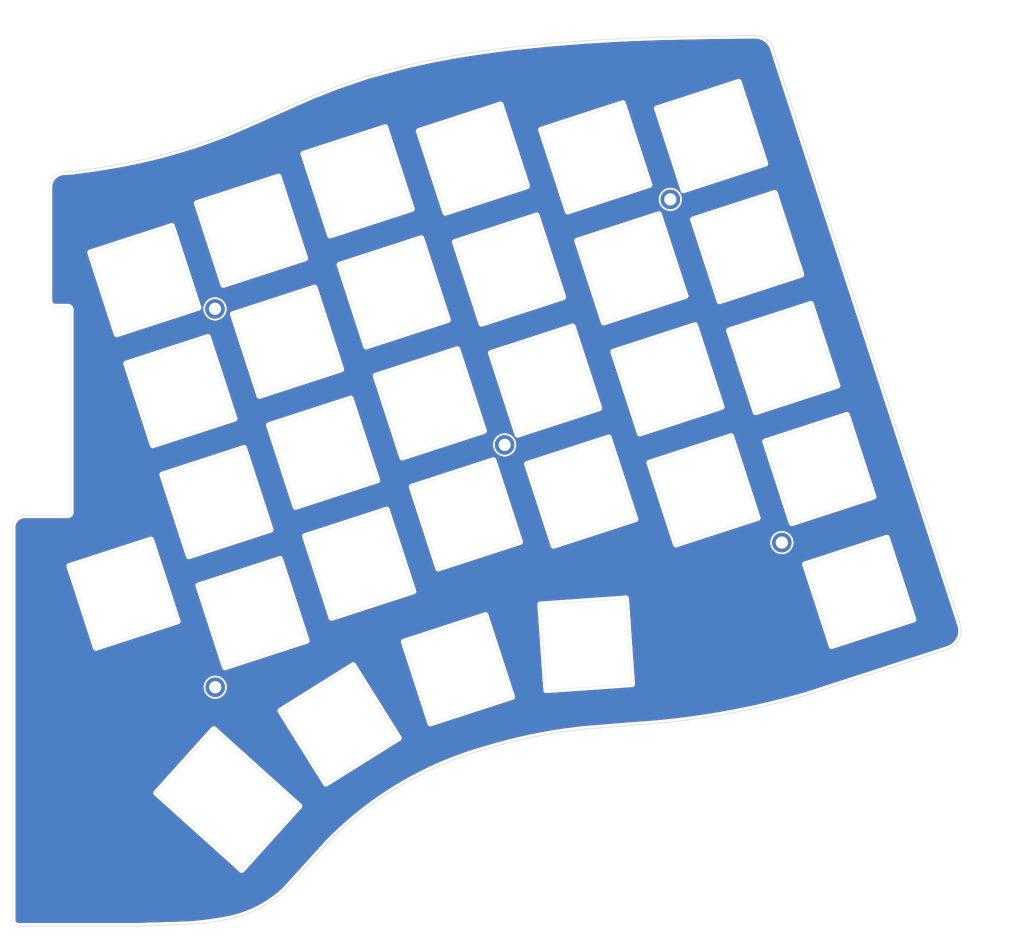
<source format=kicad_pcb>
(kicad_pcb (version 20211014) (generator pcbnew)
  (layers (0 "F.Cu" signal) (31 "B.Cu" signal) (34 "B.Paste" user) (35 "F.Paste" user) (36 "B.SilkS" user "B.Silkscreen") (37 "F.SilkS" user "F.Silkscreen") (38 "B.Mask" user) (39 "F.Mask" user) (44 "Edge.Cuts" user))
  (net 0 "")
  (footprint "" (layer "F.Cu") (at 199.106942 109.475262 18)
    (fp_text reference "" (at 0 0 18) (layer "F.SilkS") (effects (font (size 1.27 1.27))))
    (fp_text value "" (at 0 0 18) (layer "F.SilkS") (effects (font (size 1.27 1.27))))
    (pad "" thru_hole circle (at 0 0 90) (size 3.2 3.2) (drill 2) (layers *.Cu *.Mask "Dwgs.User") (clearance 0.3))
  )
  (footprint "" (layer "F.Cu") (at 153.864738 93.528273 18)
    (fp_text reference "" (at 0 0 18) (layer "F.SilkS") (effects (font (size 1.27 1.27))))
    (fp_text value "" (at 0 0 18) (layer "F.SilkS") (effects (font (size 1.27 1.27))))
    (pad "" thru_hole circle (at 0 0 90) (size 3.2 3.2) (drill 2) (layers *.Cu *.Mask "Dwgs.User") (clearance 0.3))
  )
  (footprint "" (layer "F.Cu") (at 106.591784 71.33127 18)
    (fp_text reference "" (at 0 0 18) (layer "F.SilkS") (effects (font (size 1.27 1.27))))
    (fp_text value "" (at 0 0 18) (layer "F.SilkS") (effects (font (size 1.27 1.27))))
    (pad "" thru_hole circle (at 0 0 90) (size 3.2 3.2) (drill 2) (layers *.Cu *.Mask "Dwgs.User") (clearance 0.3))
  )
  (footprint "" (layer "F.Cu") (at 106.625043 133.080726 18)
    (fp_text reference "" (at 0 0 18) (layer "F.SilkS") (effects (font (size 1.27 1.27))))
    (fp_text value "" (at 0 0 18) (layer "F.SilkS") (effects (font (size 1.27 1.27))))
    (pad "" thru_hole circle (at 0 0 90) (size 3.2 3.2) (drill 2) (layers *.Cu *.Mask "Dwgs.User") (clearance 0.3))
  )
  (footprint "" (layer "F.Cu") (at 180.906998 53.461602 18)
    (fp_text reference "" (at 0 0 18) (layer "F.SilkS") (effects (font (size 1.27 1.27))))
    (fp_text value "" (at 0 0 18) (layer "F.SilkS") (effects (font (size 1.27 1.27))))
    (pad "" thru_hole circle (at 0 0 90) (size 3.2 3.2) (drill 2) (layers *.Cu *.Mask "Dwgs.User") (clearance 0.3))
  )
  (gr_arc (start 83.031374 104.495089) (mid 82.884922 104.848629) (end 82.531374 104.995089) (layer "Edge.Cuts") (width 0.05))
  (gr_line (start 126.487478 35.006879) (end 131.508224 33.29775) (layer "Edge.Cuts") (width 0.099999))
  (gr_line (start 119.741198 103.629938) (end 133.055989 99.303699) (layer "Edge.Cuts") (width 0.05))
  (gr_line (start 155.101684 28.62006) (end 161.306537 28.011281) (layer "Edge.Cuts") (width 0.099999))
  (gr_line (start 120.327632 152.48589) (end 110.959804 162.889918) (layer "Edge.Cuts") (width 0.05))
  (gr_line (start 195.572034 26.827941) (end 195.978435 26.980345) (layer "Edge.Cuts") (width 0.099999))
  (gr_line (start 152.02774 96.045642) (end 138.712948 100.371882) (layer "Edge.Cuts") (width 0.05))
  (gr_line (start 159.695301 119.580808) (end 173.661198 118.604217) (layer "Edge.Cuts") (width 0.05))
  (gr_line (start 129.147459 129.506404) (end 136.566329 141.379078) (layer "Edge.Cuts") (width 0.05))
  (gr_line (start 111.320063 94.049301) (end 98.005271 98.375541) (layer "Edge.Cuts") (width 0.05))
  (gr_arc (start 74.531374 172.065138) (mid 73.82429 171.772238) (end 73.531374 171.065138) (layer "Edge.Cuts") (width 0.05))
  (gr_line (start 179.187532 26.974359) (end 187.314718 26.803433) (layer "Edge.Cuts") (width 0.099999))
  (gr_line (start 167.389144 27.53407) (end 173.349475 27.188434) (layer "Edge.Cuts") (width 0.099999))
  (gr_line (start 121.301733 108.432771) (end 125.62797 121.747563) (layer "Edge.Cuts") (width 0.05))
  (gr_line (start 220.5598 122.016792) (end 216.233564 108.701999) (layer "Edge.Cuts") (width 0.05))
  (gr_line (start 155.063114 134.644209) (end 150.736878 121.329416) (layer "Edge.Cuts") (width 0.05))
  (gr_line (start 159.078232 56.097728) (end 145.76344 60.423968) (layer "Edge.Cuts") (width 0.05))
  (gr_line (start 126.939401 64.136627) (end 131.265638 77.451419) (layer "Edge.Cuts") (width 0.05))
  (gr_line (start 90.55796 75.455079) (end 103.872751 71.12884) (layer "Edge.Cuts") (width 0.05))
  (gr_line (start 92.118496 80.257911) (end 96.444733 93.572703) (layer "Edge.Cuts") (width 0.05))
  (gr_line (start 153.191459 37.980104) (end 139.876667 42.306344) (layer "Edge.Cuts") (width 0.05))
  (gr_line (start 171.612551 78.332253) (end 175.938788 91.647045) (layer "Edge.Cuts") (width 0.05))
  (gr_line (start 138.693656 55.007556) (end 134.36742 41.692763) (layer "Edge.Cuts") (width 0.05))
  (gr_line (start 196.401851 92.978785) (end 200.728088 106.293577) (layer "Edge.Cuts") (width 0.05))
  (gr_line (start 184.927343 74.006013) (end 171.612551 78.332253) (layer "Edge.Cuts") (width 0.05))
  (gr_line (start 150.089677 73.73876) (end 163.404468 69.412521) (layer "Edge.Cuts") (width 0.05))
  (gr_arc (start 80.531374 70.991089) (mid 79.824272 70.698192) (end 79.531374 69.991089) (layer "Edge.Cuts") (width 0.05))
  (gr_line (start 165.725776 60.214623) (end 170.052013 73.529415) (layer "Edge.Cuts") (width 0.05))
  (gr_line (start 100.941268 45.347927) (end 103.329373 44.624937) (layer "Edge.Cuts") (width 0.099999))
  (gr_line (start 177.499323 96.449878) (end 181.82556 109.76467) (layer "Edge.Cuts") (width 0.05))
  (gr_line (start 111.974799 41.257874) (end 115.975566 39.459065) (layer "Edge.Cuts") (width 0.099999))
  (gr_line (start 151.650215 78.541598) (end 155.976452 91.85639) (layer "Edge.Cuts") (width 0.05))
  (gr_line (start 160.671892 133.546705) (end 159.695301 119.580808) (layer "Edge.Cuts") (width 0.05))
  (gr_line (start 105.433288 75.931671) (end 92.118496 80.257911) (layer "Edge.Cuts") (width 0.05))
  (gr_line (start 144.580429 73.12518) (end 140.254193 59.810387) (layer "Edge.Cuts") (width 0.05))
  (gr_line (start 183.067768 51.940698) (end 196.382559 47.614459) (layer "Edge.Cuts") (width 0.05))
  (gr_line (start 181.82556 109.76467) (end 195.140351 105.438431) (layer "Edge.Cuts") (width 0.05))
  (gr_line (start 196.38484 27.183539) (end 196.740462 27.437539) (layer "Edge.Cuts") (width 0.099999))
  (gr_line (start 152.318864 28.976274) (end 155.101684 28.62006) (layer "Edge.Cuts") (width 0.099999))
  (gr_arc (start 125.022364 158.450162) (mid 137.018939 149.037449) (end 151.057995 143.085829) (layer "Edge.Cuts") (width 0.1))
  (gr_line (start 106.384377 139.931329) (end 120.327632 152.48589) (layer "Edge.Cuts") (width 0.05))
  (gr_line (start 207.245009 126.343031) (end 220.5598 122.016792) (layer "Edge.Cuts") (width 0.05))
  (gr_arc (start 79.531374 51.491089) (mid 80.263602 49.723309) (end 82.031374 48.991089) (layer "Edge.Cuts") (width 0.05))
  (gr_arc (start 73.531374 106.995089) (mid 74.117169 105.580909) (end 75.531374 104.995089) (layer "Edge.Cuts") (width 0.05))
  (gr_line (start 115.646299 107.364094) (end 111.320063 94.049301) (layer "Edge.Cuts") (width 0.05))
  (gr_line (start 84.701037 172.065137) (end 74.531374 172.065138) (layer "Edge.Cuts") (width 0.1))
  (gr_line (start 102.331508 111.690333) (end 115.646299 107.364094) (layer "Edge.Cuts") (width 0.05))
  (gr_line (start 195.140351 105.438431) (end 190.814115 92.123638) (layer "Edge.Cuts") (width 0.05))
  (gr_line (start 121.282441 63.068445) (end 116.956205 49.753652) (layer "Edge.Cuts") (width 0.05))
  (gr_arc (start 108.05244 171.061298) (mid 104.897905 171.538979) (end 101.719038 171.811137) (layer "Edge.Cuts") (width 0.1))
  (gr_line (start 148.652283 29.491976) (end 152.318864 28.976274) (layer "Edge.Cuts") (width 0.099999))
  (gr_line (start 203.829871 70.53492) (end 190.515079 74.86116) (layer "Edge.Cuts") (width 0.05))
  (gr_line (start 137.422086 125.655656) (end 141.748323 138.970448) (layer "Edge.Cuts") (width 0.05))
  (gr_line (start 159.839003 42.096999) (end 164.16524 55.411791) (layer "Edge.Cuts") (width 0.05))
  (gr_line (start 108.21828 129.807958) (end 121.533071 125.481719) (layer "Edge.Cuts") (width 0.05))
  (gr_line (start 221.151143 101.076446) (end 228.234409 122.876499) (layer "Edge.Cuts") (width 0.1))
  (gr_line (start 98.005271 98.375541) (end 102.331508 111.690333) (layer "Edge.Cuts") (width 0.05))
  (gr_line (start 138.712948 100.371882) (end 143.039185 113.686674) (layer "Edge.Cuts") (width 0.05))
  (gr_line (start 175.938788 91.647045) (end 189.253579 87.320806) (layer "Edge.Cuts") (width 0.05))
  (gr_line (start 169.291243 87.530151) (end 164.965007 74.215358) (layer "Edge.Cuts") (width 0.05))
  (gr_line (start 96.145822 108.994887) (end 82.83103 113.321127) (layer "Edge.Cuts") (width 0.05))
  (gr_line (start 216.233564 108.701999) (end 202.918772 113.028239) (layer "Edge.Cuts") (width 0.05))
  (gr_line (start 110.959804 162.889918) (end 97.016549 150.335357) (layer "Edge.Cuts") (width 0.05))
  (gr_line (start 196.994427 27.691545) (end 197.248456 27.996339) (layer "Edge.Cuts") (width 0.099999))
  (gr_line (start 140.254193 59.810387) (end 126.939401 64.136627) (layer "Edge.Cuts") (width 0.05))
  (gr_line (start 197.248456 27.996339) (end 197.451611 28.301141) (layer "Edge.Cuts") (width 0.099999))
  (gr_line (start 119.727158 37.796475) (end 122.228232 36.688084) (layer "Edge.Cuts") (width 0.099999))
  (gr_line (start 145.620288 29.984411) (end 148.652283 29.491976) (layer "Edge.Cuts") (width 0.099999))
  (gr_line (start 187.314718 26.803433) (end 192.269078 26.748854) (layer "Edge.Cuts") (width 0.099999))
  (gr_line (start 109.759524 89.246464) (end 105.433288 75.931671) (layer "Edge.Cuts") (width 0.05))
  (gr_line (start 190.515079 74.86116) (end 194.841316 88.175952) (layer "Edge.Cuts") (width 0.05))
  (gr_line (start 132.826176 82.254257) (end 137.152413 95.569049) (layer "Edge.Cuts") (width 0.05))
  (gr_line (start 101.719038 171.811137) (end 93.591035 172.065138) (layer "Edge.Cuts") (width 0.1))
  (gr_line (start 124.693655 148.797948) (end 117.274785 136.925274) (layer "Edge.Cuts") (width 0.05))
  (gr_line (start 161.863224 109.974015) (end 175.178015 105.647776) (layer "Edge.Cuts") (width 0.05))
  (gr_line (start 202.918772 113.028239) (end 207.245009 126.343031) (layer "Edge.Cuts") (width 0.05))
  (gr_line (start 90.989461 47.746211) (end 94.143718 47.122208) (layer "Edge.Cuts") (width 0.099999))
  (gr_line (start 73.531374 106.995089) (end 73.531374 171.065138) (layer "Edge.Cuts") (width 0.05))
  (gr_line (start 203.317981 134.289583) (end 221.435608 128.402806) (layer "Edge.Cuts") (width 0.1))
  (gr_line (start 133.055989 99.303699) (end 128.729753 85.988906) (layer "Edge.Cuts") (width 0.05))
  (gr_line (start 135.283088 32.269735) (end 138.051948 31.532779) (layer "Edge.Cuts") (width 0.099999))
  (gr_line (start 79.531374 69.991089) (end 79.531374 51.491089) (layer "Edge.Cuts") (width 0.05))
  (gr_line (start 197.943096 52.41729) (end 184.628304 56.74353) (layer "Edge.Cuts") (width 0.05))
  (gr_line (start 197.451611 28.301141) (end 197.604047 28.60594) (layer "Edge.Cuts") (width 0.099999))
  (gr_line (start 122.228232 36.688084) (end 124.357856 35.84748) (layer "Edge.Cuts") (width 0.099999))
  (gr_line (start 145.76344 60.423968) (end 150.089677 73.73876) (layer "Edge.Cuts") (width 0.05))
  (gr_line (start 157.536987 96.659223) (end 161.863224 109.974015) (layer "Edge.Cuts") (width 0.05))
  (gr_line (start 125.378865 59.333795) (end 138.693656 55.007556) (layer "Edge.Cuts") (width 0.05))
  (gr_line (start 141.455392 30.772555) (end 145.620288 29.984411) (layer "Edge.Cuts") (width 0.099999))
  (gr_line (start 144.202904 55.621136) (end 157.517695 51.294897) (layer "Edge.Cuts") (width 0.05))
  (gr_line (start 175.178015 105.647776) (end 170.851779 92.332983) (layer "Edge.Cuts") (width 0.05))
  (gr_line (start 83.031374 71.491089) (end 83.031374 104.495089) (layer "Edge.Cuts") (width 0.05))
  (gr_line (start 157.517695 51.294897) (end 153.191459 37.980104) (layer "Edge.Cuts") (width 0.05))
  (gr_line (start 184.628304 56.74353) (end 188.954541 70.058322) (layer "Edge.Cuts") (width 0.05))
  (gr_line (start 195.978435 26.980345) (end 196.38484 27.183539) (layer "Edge.Cuts") (width 0.099999))
  (gr_line (start 146.140968 77.928017) (end 132.826176 82.254257) (layer "Edge.Cuts") (width 0.05))
  (gr_line (start 194.841316 88.175952) (end 208.156107 83.849713) (layer "Edge.Cuts") (width 0.05))
  (gr_line (start 86.231723 62.140287) (end 90.55796 75.455079) (layer "Edge.Cuts") (width 0.05))
  (gr_line (start 99.546515 57.814047) (end 86.231723 62.140287) (layer "Edge.Cuts") (width 0.05))
  (gr_arc (start 82.531374 70.991089) (mid 82.884932 71.137531) (end 83.031374 71.491089) (layer "Edge.Cuts") (width 0.05))
  (gr_line (start 125.62797 121.747563) (end 138.942761 117.421324) (layer "Edge.Cuts") (width 0.05))
  (gr_line (start 164.965007 74.215358) (end 151.650215 78.541598) (layer "Edge.Cuts") (width 0.05))
  (gr_line (start 117.206835 112.166926) (end 103.892043 116.493166) (layer "Edge.Cuts") (width 0.05))
  (gr_line (start 192.269078 26.748854) (end 194.962445 26.726339) (layer "Edge.Cuts") (width 0.099999))
  (gr_line (start 97.923233 46.221106) (end 100.941268 45.347927) (layer "Edge.Cuts") (width 0.099999))
  (gr_line (start 115.414961 90.315146) (end 119.741198 103.629938) (layer "Edge.Cuts") (width 0.05))
  (gr_line (start 94.143718 47.122208) (end 97.923233 46.221106) (layer "Edge.Cuts") (width 0.099999))
  (gr_line (start 131.265638 77.451419) (end 144.580429 73.12518) (layer "Edge.Cuts") (width 0.05))
  (gr_line (start 150.736878 121.329416) (end 137.422086 125.655656) (layer "Edge.Cuts") (width 0.05))
  (gr_line (start 100.472058 122.30968) (end 96.145822 108.994887) (layer "Edge.Cuts") (width 0.05))
  (gr_line (start 127.169214 81.186069) (end 122.842978 67.871276) (layer "Edge.Cuts") (width 0.05))
  (gr_line (start 197.604047 28.60594) (end 221.151143 101.076446) (layer "Edge.Cuts") (width 0.1))
  (gr_line (start 192.056323 34.299666) (end 178.741531 38.625906) (layer "Edge.Cuts") (width 0.05))
  (gr_line (start 183.366804 69.203176) (end 179.040568 55.888383) (layer "Edge.Cuts") (width 0.05))
  (gr_line (start 155.976452 91.85639) (end 169.291243 87.530151) (layer "Edge.Cuts") (width 0.05))
  (gr_line (start 136.566329 141.379078) (end 124.693655 148.797948) (layer "Edge.Cuts") (width 0.05))
  (gr_line (start 170.052013 73.529415) (end 183.366804 69.203176) (layer "Edge.Cuts") (width 0.05))
  (gr_line (start 109.528186 72.197516) (end 113.854423 85.512308) (layer "Edge.Cuts") (width 0.05))
  (gr_line (start 177.480031 51.085552) (end 173.153795 37.770759) (layer "Edge.Cuts") (width 0.05))
  (gr_line (start 131.508224 33.29775) (end 135.283088 32.269735) (layer "Edge.Cuts") (width 0.099999))
  (gr_line (start 82.531374 104.995089) (end 75.531374 104.995089) (layer "Edge.Cuts") (width 0.05))
  (gr_line (start 188.954541 70.058322) (end 202.269332 65.732083) (layer "Edge.Cuts") (width 0.05))
  (gr_line (start 178.741531 38.625906) (end 183.067768 51.940698) (layer "Edge.Cuts") (width 0.05))
  (gr_line (start 143.039185 113.686674) (end 156.353976 109.360435) (layer "Edge.Cuts") (width 0.05))
  (gr_arc (start 117.95844 166.235299) (mid 113.364359 169.38503) (end 108.05244 171.061298) (layer "Edge.Cuts") (width 0.1))
  (gr_line (start 173.349475 27.188434) (end 179.187532 26.974359) (layer "Edge.Cuts") (width 0.099999))
  (gr_line (start 82.83103 113.321127) (end 87.157267 126.635919) (layer "Edge.Cuts") (width 0.05))
  (gr_line (start 103.329373 44.624937) (end 106.088911 43.634148) (layer "Edge.Cuts") (width 0.099999))
  (gr_line (start 214.042879 101.967338) (end 209.716643 88.652545) (layer "Edge.Cuts") (width 0.05))
  (gr_line (start 121.533071 125.481719) (end 117.206835 112.166926) (layer "Edge.Cuts") (width 0.05))
  (gr_line (start 161.306537 28.011281) (end 167.389144 27.53407) (layer "Edge.Cuts") (width 0.099999))
  (gr_line (start 209.716643 88.652545) (end 196.401851 92.978785) (layer "Edge.Cuts") (width 0.05))
  (gr_line (start 134.36742 41.692763) (end 121.052628 46.019003) (layer "Edge.Cuts") (width 0.05))
  (gr_line (start 173.153795 37.770759) (end 159.839003 42.096999) (layer "Edge.Cuts") (width 0.05))
  (gr_line (start 83.280231 48.918493) (end 87.073724 48.398139) (layer "Edge.Cuts") (width 0.099999))
  (gr_arc (start 228.234409 122.876499) (mid 228.036059 125.306359) (end 226.162931 126.866807) (layer "Edge.Cuts") (width 0.1))
  (gr_arc (start 203.317981 134.289583) (mid 190.705352 137.306176) (end 177.854569 139.048489) (layer "Edge.Cuts") (width 0.1))
  (gr_line (start 93.591035 172.065138) (end 84.701037 172.065137) (layer "Edge.Cuts") (width 0.1))
  (gr_line (start 200.728088 106.293577) (end 214.042879 101.967338) (layer "Edge.Cuts") (width 0.05))
  (gr_line (start 194.962445 26.726339) (end 195.572034 26.827941) (layer "Edge.Cuts") (width 0.099999))
  (gr_line (start 141.748323 138.970448) (end 155.063114 134.644209) (layer "Edge.Cuts") (width 0.05))
  (gr_line (start 163.404468 69.412521) (end 159.078232 56.097728) (layer "Edge.Cuts") (width 0.05))
  (gr_line (start 115.975566 39.459065) (end 119.727158 37.796475) (layer "Edge.Cuts") (width 0.099999))
  (gr_line (start 82.031374 48.991089) (end 83.280231 48.918493) (layer "Edge.Cuts") (width 0.099999))
  (gr_line (start 96.444733 93.572703) (end 109.759524 89.246464) (layer "Edge.Cuts") (width 0.05))
  (gr_line (start 128.729753 85.988906) (end 115.414961 90.315146) (layer "Edge.Cuts") (width 0.05))
  (gr_arc (start 151.057995 143.085829) (mid 158.918497 141.114292) (end 166.932566 139.91049) (layer "Edge.Cuts") (width 0.1))
  (gr_line (start 189.253579 87.320806) (end 184.927343 74.006013) (layer "Edge.Cuts") (width 0.05))
  (gr_line (start 174.679394 139.273175) (end 166.932566 139.91049) (layer "Edge.Cuts") (width 0.1))
  (gr_line (start 196.740462 27.437539) (end 196.994427 27.691545) (layer "Edge.Cuts") (width 0.099999))
  (gr_line (start 117.274785 136.925274) (end 129.147459 129.506404) (layer "Edge.Cuts") (width 0.05))
  (gr_line (start 103.641413 54.079892) (end 107.96765 67.394684) (layer "Edge.Cuts") (width 0.05))
  (gr_line (start 208.156107 83.849713) (end 203.829871 70.53492) (layer "Edge.Cuts") (width 0.05))
  (gr_line (start 87.073724 48.398139) (end 90.989461 47.746211) (layer "Edge.Cuts") (width 0.099999))
  (gr_line (start 190.814115 92.123638) (end 177.499323 96.449878) (layer "Edge.Cuts") (width 0.05))
  (gr_line (start 174.637789 132.570114) (end 160.671892 133.546705) (layer "Edge.Cuts") (width 0.05))
  (gr_line (start 179.040568 55.888383) (end 165.725776 60.214623) (layer "Edge.Cuts") (width 0.05))
  (gr_line (start 174.679394 139.273175) (end 177.854569 139.048489) (layer "Edge.Cuts") (width 0.099999))
  (gr_line (start 139.876667 42.306344) (end 144.202904 55.621136) (layer "Edge.Cuts") (width 0.05))
  (gr_line (start 113.854423 85.512308) (end 127.169214 81.186069) (layer "Edge.Cuts") (width 0.05))
  (gr_line (start 202.269332 65.732083) (end 197.943096 52.41729) (layer "Edge.Cuts") (width 0.05))
  (gr_line (start 103.872751 71.12884) (end 99.546515 57.814047) (layer "Edge.Cuts") (width 0.05))
  (gr_line (start 150.467204 91.24281) (end 146.140968 77.928017) (layer "Edge.Cuts") (width 0.05))
  (gr_line (start 170.851779 92.332983) (end 157.536987 96.659223) (layer "Edge.Cuts") (width 0.05))
  (gr_line (start 116.956205 49.753652) (end 103.641413 54.079892) (layer "Edge.Cuts") (width 0.05))
  (gr_line (start 107.96765 67.394684) (end 121.282441 63.068445) (layer "Edge.Cuts") (width 0.05))
  (gr_line (start 97.016549 150.335357) (end 106.384377 139.931329) (layer "Edge.Cuts") (width 0.05))
  (gr_line (start 125.022364 158.450162) (end 117.95844 166.235299) (layer "Edge.Cuts") (width 0.1))
  (gr_line (start 87.157267 126.635919) (end 100.472058 122.30968) (layer "Edge.Cuts") (width 0.05))
  (gr_line (start 156.353976 109.360435) (end 152.02774 96.045642) (layer "Edge.Cuts") (width 0.05))
  (gr_line (start 164.16524 55.411791) (end 177.480031 51.085552) (layer "Edge.Cuts") (width 0.05))
  (gr_line (start 124.357856 35.84748) (end 126.487478 35.006879) (layer "Edge.Cuts") (width 0.099999))
  (gr_line (start 121.052628 46.019003) (end 125.378865 59.333795) (layer "Edge.Cuts") (width 0.05))
  (gr_line (start 108.345464 42.788895) (end 111.974799 41.257874) (layer "Edge.Cuts") (width 0.099999))
  (gr_line (start 80.531374 70.991089) (end 82.531374 70.991089) (layer "Edge.Cuts") (width 0.05))
  (gr_line (start 103.892043 116.493166) (end 108.21828 129.807958) (layer "Edge.Cuts") (width 0.05))
  (gr_line (start 106.088911 43.634148) (end 108.345464 42.788895) (layer "Edge.Cuts") (width 0.099999))
  (gr_line (start 122.842978 67.871276) (end 109.528186 72.197516) (layer "Edge.Cuts") (width 0.05))
  (gr_line (start 196.382559 47.614459) (end 192.056323 34.299666) (layer "Edge.Cuts") (width 0.05))
  (gr_line (start 138.051948 31.532779) (end 141.455392 30.772555) (layer "Edge.Cuts") (width 0.099999))
  (gr_line (start 138.942761 117.421324) (end 134.616525 104.106531) (layer "Edge.Cuts") (width 0.05))
  (gr_line (start 221.435608 128.402806) (end 226.162931 126.866807) (layer "Edge.Cuts") (width 0.1))
  (gr_line (start 137.152413 95.569049) (end 150.467204 91.24281) (layer "Edge.Cuts") (width 0.05))
  (gr_line (start 173.661198 118.604217) (end 174.637789 132.570114) (layer "Edge.Cuts") (width 0.05))
  (gr_line (start 134.616525 104.106531) (end 121.301733 108.432771) (layer "Edge.Cuts") (width 0.05))
  (zone (net 0) (net_name "") (layers F&B.Cu) (connect_pads (clearance 0.508)) (min_thickness 0.254) (fill yes (thermal_gap 0.508) (thermal_bridge_width 0.508))
    (polygon (pts (xy 238.631374 132.834839) (xy 142.619374 149.159089) (xy 114.679374 173.543089) (xy 71.499374 175.321089) (xy 72.007374 47.305089) (xy 96.645374 42.733089) (xy 117.981374 32.573089) (xy 149.985374 24.191089) (xy 201.325125 20.916089)))
  )
)
</source>
